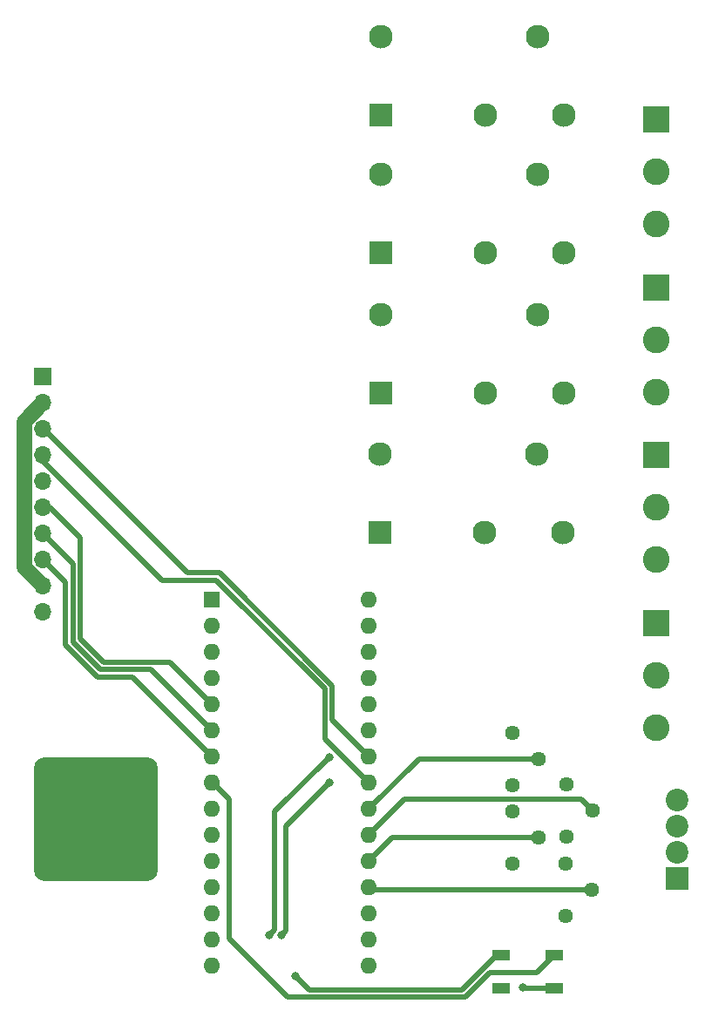
<source format=gbr>
%TF.GenerationSoftware,KiCad,Pcbnew,8.0.5*%
%TF.CreationDate,2024-09-29T21:47:55-04:00*%
%TF.ProjectId,BREAD_Slice,42524541-445f-4536-9c69-63652e6b6963,rev?*%
%TF.SameCoordinates,PX74eba40PY8552dc0*%
%TF.FileFunction,Copper,L1,Top*%
%TF.FilePolarity,Positive*%
%FSLAX46Y46*%
G04 Gerber Fmt 4.6, Leading zero omitted, Abs format (unit mm)*
G04 Created by KiCad (PCBNEW 8.0.5) date 2024-09-29 21:47:55*
%MOMM*%
%LPD*%
G01*
G04 APERTURE LIST*
G04 Aperture macros list*
%AMRoundRect*
0 Rectangle with rounded corners*
0 $1 Rounding radius*
0 $2 $3 $4 $5 $6 $7 $8 $9 X,Y pos of 4 corners*
0 Add a 4 corners polygon primitive as box body*
4,1,4,$2,$3,$4,$5,$6,$7,$8,$9,$2,$3,0*
0 Add four circle primitives for the rounded corners*
1,1,$1+$1,$2,$3*
1,1,$1+$1,$4,$5*
1,1,$1+$1,$6,$7*
1,1,$1+$1,$8,$9*
0 Add four rect primitives between the rounded corners*
20,1,$1+$1,$2,$3,$4,$5,0*
20,1,$1+$1,$4,$5,$6,$7,0*
20,1,$1+$1,$6,$7,$8,$9,0*
20,1,$1+$1,$8,$9,$2,$3,0*%
G04 Aperture macros list end*
%TA.AperFunction,ComponentPad*%
%ADD10R,1.600000X1.600000*%
%TD*%
%TA.AperFunction,ComponentPad*%
%ADD11O,1.600000X1.600000*%
%TD*%
%TA.AperFunction,ComponentPad*%
%ADD12R,1.700000X1.700000*%
%TD*%
%TA.AperFunction,ComponentPad*%
%ADD13O,1.700000X1.700000*%
%TD*%
%TA.AperFunction,SMDPad,CuDef*%
%ADD14RoundRect,1.000000X-5.000000X-5.000000X5.000000X-5.000000X5.000000X5.000000X-5.000000X5.000000X0*%
%TD*%
%TA.AperFunction,ComponentPad*%
%ADD15R,2.600000X2.600000*%
%TD*%
%TA.AperFunction,ComponentPad*%
%ADD16C,2.600000*%
%TD*%
%TA.AperFunction,ComponentPad*%
%ADD17C,1.440000*%
%TD*%
%TA.AperFunction,ComponentPad*%
%ADD18R,2.200000X2.200000*%
%TD*%
%TA.AperFunction,ComponentPad*%
%ADD19C,2.200000*%
%TD*%
%TA.AperFunction,ComponentPad*%
%ADD20R,2.300000X2.300000*%
%TD*%
%TA.AperFunction,ComponentPad*%
%ADD21C,2.300000*%
%TD*%
%TA.AperFunction,SMDPad,CuDef*%
%ADD22R,1.651000X1.000000*%
%TD*%
%TA.AperFunction,ViaPad*%
%ADD23C,0.800000*%
%TD*%
%TA.AperFunction,ViaPad*%
%ADD24C,0.500000*%
%TD*%
%TA.AperFunction,Conductor*%
%ADD25C,0.500000*%
%TD*%
%TA.AperFunction,Conductor*%
%ADD26C,1.500000*%
%TD*%
%TA.AperFunction,Conductor*%
%ADD27C,1.000000*%
%TD*%
G04 APERTURE END LIST*
D10*
%TO.P,A1,1,D1/TX*%
%TO.N,unconnected-(A1-D1{slash}TX-Pad1)*%
X19988000Y39800000D03*
D11*
%TO.P,A1,2,D0/RX*%
%TO.N,unconnected-(A1-D0{slash}RX-Pad2)*%
X19988000Y37260000D03*
%TO.P,A1,3,~{RESET}*%
%TO.N,unconnected-(A1-~{RESET}-Pad3)*%
X19988000Y34720000D03*
%TO.P,A1,4,GND*%
%TO.N,GND*%
X19988000Y32180000D03*
%TO.P,A1,5,D2*%
%TO.N,/E_STOP*%
X19988000Y29640000D03*
%TO.P,A1,6,D3*%
%TO.N,/INT*%
X19988000Y27100000D03*
%TO.P,A1,7,D4*%
%TO.N,/SYNC*%
X19988000Y24560000D03*
%TO.P,A1,8,D5*%
%TO.N,/LED*%
X19988000Y22020000D03*
%TO.P,A1,9,D6*%
%TO.N,/SW4*%
X19988000Y19480000D03*
%TO.P,A1,10,D7*%
%TO.N,/SW3*%
X19988000Y16940000D03*
%TO.P,A1,11,D8*%
%TO.N,/SW2*%
X19988000Y14400000D03*
%TO.P,A1,12,D9*%
%TO.N,/SW1*%
X19988000Y11860000D03*
%TO.P,A1,13,D10*%
%TO.N,unconnected-(A1-D10-Pad13)*%
X19988000Y9320000D03*
%TO.P,A1,14,D11*%
%TO.N,unconnected-(A1-D11-Pad14)*%
X19988000Y6780000D03*
%TO.P,A1,15,D12*%
%TO.N,unconnected-(A1-D12-Pad15)*%
X19988000Y4240000D03*
%TO.P,A1,16,D13*%
%TO.N,unconnected-(A1-D13-Pad16)*%
X35228000Y4240000D03*
%TO.P,A1,17,3V3*%
%TO.N,unconnected-(A1-3V3-Pad17)*%
X35228000Y6780000D03*
%TO.P,A1,18,AREF*%
%TO.N,unconnected-(A1-AREF-Pad18)*%
X35228000Y9320000D03*
%TO.P,A1,19,A0*%
%TO.N,/A_IN1*%
X35228000Y11860000D03*
%TO.P,A1,20,A1*%
%TO.N,/A_IN2*%
X35228000Y14400000D03*
%TO.P,A1,21,A2*%
%TO.N,/A_IN3*%
X35228000Y16940000D03*
%TO.P,A1,22,A3*%
%TO.N,/A_IN4*%
X35228000Y19480000D03*
%TO.P,A1,23,A4*%
%TO.N,/I2C_DAT*%
X35228000Y22020000D03*
%TO.P,A1,24,A5*%
%TO.N,/I2C_CLK*%
X35228000Y24560000D03*
%TO.P,A1,25,A6*%
%TO.N,unconnected-(A1-A6-Pad25)*%
X35228000Y27100000D03*
%TO.P,A1,26,A7*%
%TO.N,unconnected-(A1-A7-Pad26)*%
X35228000Y29640000D03*
%TO.P,A1,27,+5V*%
%TO.N,+5V*%
X35228000Y32180000D03*
%TO.P,A1,28,~{RESET}*%
%TO.N,unconnected-(A1-~{RESET}-Pad28)*%
X35228000Y34720000D03*
%TO.P,A1,29,GND*%
%TO.N,GND*%
X35228000Y37260000D03*
%TO.P,A1,30,VIN*%
%TO.N,unconnected-(A1-VIN-Pad30)*%
X35228000Y39800000D03*
%TD*%
D12*
%TO.P,J2,1,Pin_1*%
%TO.N,GND*%
X3600000Y61450000D03*
D13*
%TO.P,J2,2,Pin_2*%
%TO.N,+12V*%
X3600000Y58910000D03*
%TO.P,J2,3,Pin_3*%
%TO.N,/I2C_CLK*%
X3600000Y56370000D03*
%TO.P,J2,4,Pin_4*%
%TO.N,/I2C_DAT*%
X3600000Y53830000D03*
%TO.P,J2,5,Pin_5*%
%TO.N,GND*%
X3600000Y51290000D03*
%TO.P,J2,6,Pin_6*%
%TO.N,/E_STOP*%
X3600000Y48750000D03*
%TO.P,J2,7,Pin_7*%
%TO.N,/INT*%
X3600000Y46210000D03*
%TO.P,J2,8,Pin_8*%
%TO.N,/SYNC*%
X3600000Y43670000D03*
%TO.P,J2,9,Pin_9*%
%TO.N,+12V*%
X3600000Y41130000D03*
%TO.P,J2,10,Pin_10*%
%TO.N,GND*%
X3600000Y38590000D03*
%TD*%
D14*
%TO.P,HS1,1*%
%TO.N,GND*%
X8750000Y18445000D03*
%TD*%
D15*
%TO.P,J6,1,Pin_1*%
%TO.N,/Relay3/NC*%
X63150000Y53850000D03*
D16*
%TO.P,J6,2,Pin_2*%
%TO.N,/Relay3/NO*%
X63150000Y48770000D03*
%TO.P,J6,3,Pin_3*%
%TO.N,/Relay3/IN*%
X63150000Y43690000D03*
%TD*%
D17*
%TO.P,RV1,1,1*%
%TO.N,/F_1*%
X54360000Y14140000D03*
%TO.P,RV1,2,2*%
%TO.N,/A_IN1*%
X56900000Y11600000D03*
%TO.P,RV1,3,3*%
%TO.N,GND*%
X54360000Y9060000D03*
%TD*%
D18*
%TO.P,J3,1,Pin_1*%
%TO.N,/F_1*%
X65200000Y12735000D03*
D19*
%TO.P,J3,2,Pin_2*%
%TO.N,/F_2*%
X65200000Y15275000D03*
%TO.P,J3,3,Pin_3*%
%TO.N,/F_3*%
X65200000Y17815000D03*
%TO.P,J3,4,Pin_4*%
%TO.N,/F_4*%
X65200000Y20355000D03*
%TD*%
D17*
%TO.P,RV4,1,1*%
%TO.N,/F_4*%
X49160000Y26900000D03*
%TO.P,RV4,2,2*%
%TO.N,/A_IN4*%
X51700000Y24360000D03*
%TO.P,RV4,3,3*%
%TO.N,GND*%
X49160000Y21820000D03*
%TD*%
D15*
%TO.P,J7,1,Pin_1*%
%TO.N,/Relay4/NC*%
X63150000Y37550000D03*
D16*
%TO.P,J7,2,Pin_2*%
%TO.N,/Relay4/NO*%
X63150000Y32470000D03*
%TO.P,J7,3,Pin_3*%
%TO.N,/Relay4/IN*%
X63150000Y27390000D03*
%TD*%
D20*
%TO.P,K1,1*%
%TO.N,Net-(D6-A)*%
X36390000Y86908000D03*
D21*
%TO.P,K1,2*%
%TO.N,/Relay1/IN*%
X46550000Y86908000D03*
%TO.P,K1,3*%
%TO.N,/Relay1/NO*%
X54170000Y86908000D03*
%TO.P,K1,4*%
%TO.N,/Relay1/NC*%
X51630000Y94528000D03*
%TO.P,K1,5*%
%TO.N,+5V*%
X36390000Y94528000D03*
%TD*%
D17*
%TO.P,RV2,1,1*%
%TO.N,/F_2*%
X49160000Y19240000D03*
%TO.P,RV2,2,2*%
%TO.N,/A_IN2*%
X51700000Y16700000D03*
%TO.P,RV2,3,3*%
%TO.N,GND*%
X49160000Y14160000D03*
%TD*%
D20*
%TO.P,K4,1*%
%TO.N,Net-(D9-A)*%
X36360000Y46360000D03*
D21*
%TO.P,K4,2*%
%TO.N,/Relay4/IN*%
X46520000Y46360000D03*
%TO.P,K4,3*%
%TO.N,/Relay4/NO*%
X54140000Y46360000D03*
%TO.P,K4,4*%
%TO.N,/Relay4/NC*%
X51600000Y53980000D03*
%TO.P,K4,5*%
%TO.N,+5V*%
X36360000Y53980000D03*
%TD*%
D15*
%TO.P,J4,1,Pin_1*%
%TO.N,/Relay1/NC*%
X63145000Y86435000D03*
D16*
%TO.P,J4,2,Pin_2*%
%TO.N,/Relay1/NO*%
X63145000Y81355000D03*
%TO.P,J4,3,Pin_3*%
%TO.N,/Relay1/IN*%
X63145000Y76275000D03*
%TD*%
D20*
%TO.P,K2,1*%
%TO.N,Net-(D7-A)*%
X36425000Y73532000D03*
D21*
%TO.P,K2,2*%
%TO.N,/Relay2/IN*%
X46585000Y73532000D03*
%TO.P,K2,3*%
%TO.N,/Relay2/NO*%
X54205000Y73532000D03*
%TO.P,K2,4*%
%TO.N,/Relay2/NC*%
X51665000Y81152000D03*
%TO.P,K2,5*%
%TO.N,+5V*%
X36425000Y81152000D03*
%TD*%
D22*
%TO.P,D1,1,VDD*%
%TO.N,+5V*%
X48123000Y5267231D03*
%TO.P,D1,2,DOUT*%
%TO.N,unconnected-(D1-DOUT-Pad2)*%
X48123000Y2067231D03*
%TO.P,D1,3,VSS*%
%TO.N,GND*%
X53277000Y2067231D03*
%TO.P,D1,4,DIN*%
%TO.N,/LED*%
X53277000Y5267231D03*
%TD*%
D20*
%TO.P,K3,1*%
%TO.N,Net-(D8-A)*%
X36425000Y59900000D03*
D21*
%TO.P,K3,2*%
%TO.N,/Relay3/IN*%
X46585000Y59900000D03*
%TO.P,K3,3*%
%TO.N,/Relay3/NO*%
X54205000Y59900000D03*
%TO.P,K3,4*%
%TO.N,/Relay3/NC*%
X51665000Y67520000D03*
%TO.P,K3,5*%
%TO.N,+5V*%
X36425000Y67520000D03*
%TD*%
D17*
%TO.P,RV3,1,1*%
%TO.N,/F_3*%
X54460000Y21840000D03*
%TO.P,RV3,2,2*%
%TO.N,/A_IN3*%
X57000000Y19300000D03*
%TO.P,RV3,3,3*%
%TO.N,GND*%
X54460000Y16760000D03*
%TD*%
D15*
%TO.P,J5,1,Pin_1*%
%TO.N,/Relay2/NC*%
X63145000Y70135000D03*
D16*
%TO.P,J5,2,Pin_2*%
%TO.N,/Relay2/NO*%
X63145000Y65055000D03*
%TO.P,J5,3,Pin_3*%
%TO.N,/Relay2/IN*%
X63145000Y59975000D03*
%TD*%
D23*
%TO.N,GND*%
X14250000Y21895000D03*
X3750000Y13345000D03*
D24*
X7250000Y18845000D03*
D23*
X7350000Y23595000D03*
D24*
X8550000Y19545000D03*
X8550000Y21045000D03*
X7450000Y21845000D03*
D23*
X50200000Y2100000D03*
D24*
X9750000Y21845000D03*
D23*
X3550000Y16595000D03*
X14250000Y13995000D03*
X14250000Y18995000D03*
D24*
X8150000Y18845000D03*
X6150000Y16145000D03*
D23*
%TO.N,+5V*%
X28088000Y3249500D03*
%TO.N,/I2C_CLK*%
X25588000Y7200000D03*
X31388000Y24500000D03*
%TO.N,/I2C_DAT*%
X31388000Y22000000D03*
X26781039Y7195083D03*
%TD*%
D25*
%TO.N,GND*%
X50200000Y2100000D02*
X50232769Y2067231D01*
X50232769Y2067231D02*
X53277000Y2067231D01*
%TO.N,+5V*%
X29437500Y1900000D02*
X28088000Y3249500D01*
X47677281Y5267231D02*
X44310050Y1900000D01*
X44310050Y1900000D02*
X29437500Y1900000D01*
X48123000Y5267231D02*
X47677281Y5267231D01*
D26*
X35208000Y32180000D02*
X35228000Y32180000D01*
D25*
%TO.N,/LED*%
X27388000Y1200000D02*
X44600000Y1200000D01*
X19988000Y22020000D02*
X20068000Y22020000D01*
X44600000Y1200000D02*
X47000000Y3600000D01*
X51609769Y3600000D02*
X53277000Y5267231D01*
X21688000Y20400000D02*
X21688000Y6900000D01*
X47000000Y3600000D02*
X51609769Y3600000D01*
X21688000Y6900000D02*
X27388000Y1200000D01*
X20068000Y22020000D02*
X21688000Y20400000D01*
%TO.N,/I2C_CLK*%
X31688000Y31451950D02*
X20739950Y42400000D01*
X31688000Y28100000D02*
X31688000Y31451950D01*
X3630000Y56370000D02*
X3600000Y56370000D01*
X20739950Y42400000D02*
X17600000Y42400000D01*
X17600000Y42400000D02*
X3630000Y56370000D01*
X25588000Y7200000D02*
X26088000Y7700000D01*
X35228000Y24560000D02*
X31688000Y28100000D01*
X26088000Y7700000D02*
X26088000Y19200000D01*
X26088000Y19200000D02*
X31388000Y24500000D01*
%TO.N,/A_IN1*%
X56900000Y11600000D02*
X35488000Y11600000D01*
X35488000Y11600000D02*
X35228000Y11860000D01*
%TO.N,/I2C_DAT*%
X30988000Y26260000D02*
X35228000Y22020000D01*
X30988000Y31162000D02*
X30988000Y26260000D01*
X20450000Y41700000D02*
X30988000Y31162000D01*
X26781039Y7195083D02*
X27188000Y7602044D01*
X3600000Y53830000D02*
X3600000Y53296000D01*
X15196000Y41700000D02*
X20450000Y41700000D01*
X27188000Y7602044D02*
X27188000Y17800000D01*
X3600000Y53296000D02*
X15196000Y41700000D01*
X27188000Y17800000D02*
X31388000Y22000000D01*
%TO.N,/A_IN2*%
X51700000Y16700000D02*
X37528000Y16700000D01*
X37528000Y16700000D02*
X35228000Y14400000D01*
%TO.N,/SYNC*%
X12248000Y32300000D02*
X19988000Y24560000D01*
X8900100Y32300000D02*
X12248000Y32300000D01*
X5800000Y35400100D02*
X8900100Y32300000D01*
X3600000Y43670000D02*
X5800000Y41470000D01*
X5800000Y41470000D02*
X5800000Y35400100D01*
%TO.N,/E_STOP*%
X3600000Y48750000D02*
X4250000Y48750000D01*
X9480000Y33700000D02*
X15928000Y33700000D01*
X15928000Y33700000D02*
X19988000Y29640000D01*
X7200000Y45800000D02*
X7200000Y35980000D01*
X4250000Y48750000D02*
X7200000Y45800000D01*
X7200000Y35980000D02*
X9480000Y33700000D01*
%TO.N,/A_IN3*%
X38698000Y20410000D02*
X35228000Y16940000D01*
X57000000Y19300000D02*
X55890000Y20410000D01*
X55890000Y20410000D02*
X38698000Y20410000D01*
D26*
%TO.N,+12V*%
X3594415Y58910000D02*
X1800000Y57115585D01*
X3600000Y58910000D02*
X3594415Y58910000D01*
X1800000Y57115585D02*
X1800000Y42924415D01*
D27*
X3600000Y58910000D02*
X3610000Y58900000D01*
D26*
X1800000Y42924415D02*
X3594415Y41130000D01*
X3594415Y41130000D02*
X3600000Y41130000D01*
D25*
%TO.N,/INT*%
X6500000Y43310000D02*
X6500000Y35690050D01*
X9190050Y33000000D02*
X14088000Y33000000D01*
X3600000Y46210000D02*
X6500000Y43310000D01*
X14088000Y33000000D02*
X19988000Y27100000D01*
X6500000Y35690050D02*
X9190050Y33000000D01*
%TO.N,/A_IN4*%
X40108000Y24360000D02*
X35228000Y19480000D01*
X51700000Y24360000D02*
X40108000Y24360000D01*
%TD*%
M02*

</source>
